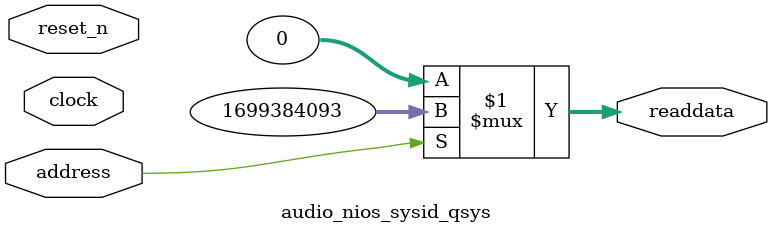
<source format=v>



// synthesis translate_off
`timescale 1ns / 1ps
// synthesis translate_on

// turn off superfluous verilog processor warnings 
// altera message_level Level1 
// altera message_off 10034 10035 10036 10037 10230 10240 10030 

module audio_nios_sysid_qsys (
               // inputs:
                address,
                clock,
                reset_n,

               // outputs:
                readdata
             )
;

  output  [ 31: 0] readdata;
  input            address;
  input            clock;
  input            reset_n;

  wire    [ 31: 0] readdata;
  //control_slave, which is an e_avalon_slave
  assign readdata = address ? 1699384093 : 0;

endmodule



</source>
